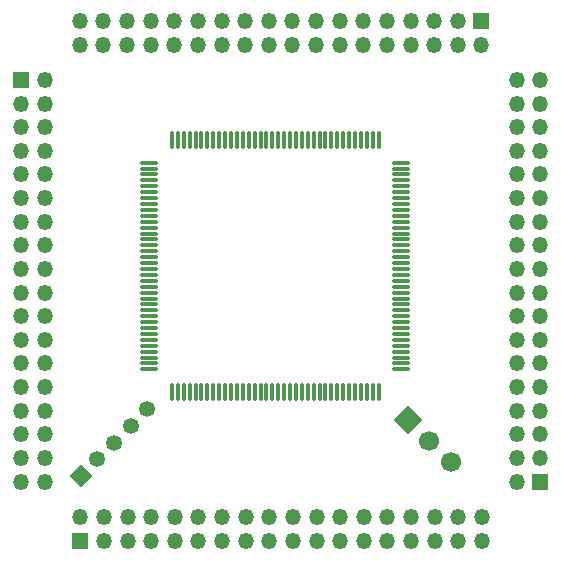
<source format=gbr>
%TF.GenerationSoftware,KiCad,Pcbnew,(5.99.0-10369-gb59bf064b4)*%
%TF.CreationDate,2021-07-27T07:29:01+02:00*%
%TF.ProjectId,stm32h7,73746d33-3268-4372-9e6b-696361645f70,rev?*%
%TF.SameCoordinates,Original*%
%TF.FileFunction,Soldermask,Top*%
%TF.FilePolarity,Negative*%
%FSLAX46Y46*%
G04 Gerber Fmt 4.6, Leading zero omitted, Abs format (unit mm)*
G04 Created by KiCad (PCBNEW (5.99.0-10369-gb59bf064b4)) date 2021-07-27 07:29:01*
%MOMM*%
%LPD*%
G01*
G04 APERTURE LIST*
G04 Aperture macros list*
%AMRoundRect*
0 Rectangle with rounded corners*
0 $1 Rounding radius*
0 $2 $3 $4 $5 $6 $7 $8 $9 X,Y pos of 4 corners*
0 Add a 4 corners polygon primitive as box body*
4,1,4,$2,$3,$4,$5,$6,$7,$8,$9,$2,$3,0*
0 Add four circle primitives for the rounded corners*
1,1,$1+$1,$2,$3*
1,1,$1+$1,$4,$5*
1,1,$1+$1,$6,$7*
1,1,$1+$1,$8,$9*
0 Add four rect primitives between the rounded corners*
20,1,$1+$1,$2,$3,$4,$5,0*
20,1,$1+$1,$4,$5,$6,$7,0*
20,1,$1+$1,$6,$7,$8,$9,0*
20,1,$1+$1,$8,$9,$2,$3,0*%
%AMHorizOval*
0 Thick line with rounded ends*
0 $1 width*
0 $2 $3 position (X,Y) of the first rounded end (center of the circle)*
0 $4 $5 position (X,Y) of the second rounded end (center of the circle)*
0 Add line between two ends*
20,1,$1,$2,$3,$4,$5,0*
0 Add two circle primitives to create the rounded ends*
1,1,$1,$2,$3*
1,1,$1,$4,$5*%
%AMRotRect*
0 Rectangle, with rotation*
0 The origin of the aperture is its center*
0 $1 length*
0 $2 width*
0 $3 Rotation angle, in degrees counterclockwise*
0 Add horizontal line*
21,1,$1,$2,0,0,$3*%
G04 Aperture macros list end*
%ADD10R,1.350000X1.350000*%
%ADD11O,1.350000X1.350000*%
%ADD12RotRect,1.700000X1.700000X45.000000*%
%ADD13HorizOval,1.700000X0.000000X0.000000X0.000000X0.000000X0*%
%ADD14RotRect,1.350000X1.350000X135.000000*%
%ADD15HorizOval,1.350000X0.000000X0.000000X0.000000X0.000000X0*%
%ADD16RoundRect,0.075000X-0.662500X-0.075000X0.662500X-0.075000X0.662500X0.075000X-0.662500X0.075000X0*%
%ADD17RoundRect,0.075000X-0.075000X-0.662500X0.075000X-0.662500X0.075000X0.662500X-0.075000X0.662500X0*%
G04 APERTURE END LIST*
D10*
%TO.C,J3*%
X57550000Y-52550000D03*
D11*
X55550000Y-52550000D03*
X57550000Y-50550000D03*
X55550000Y-50550000D03*
X57550000Y-48550000D03*
X55550000Y-48550000D03*
X57550000Y-46550000D03*
X55550000Y-46550000D03*
X57550000Y-44550000D03*
X55550000Y-44550000D03*
X57550000Y-42550000D03*
X55550000Y-42550000D03*
X57550000Y-40550000D03*
X55550000Y-40550000D03*
X57550000Y-38550000D03*
X55550000Y-38550000D03*
X57550000Y-36550000D03*
X55550000Y-36550000D03*
X57550000Y-34550000D03*
X55550000Y-34550000D03*
X57550000Y-32550000D03*
X55550000Y-32550000D03*
X57550000Y-30550000D03*
X55550000Y-30550000D03*
X57550000Y-28550000D03*
X55550000Y-28550000D03*
X57550000Y-26550000D03*
X55550000Y-26550000D03*
X57550000Y-24550000D03*
X55550000Y-24550000D03*
X57550000Y-22550000D03*
X55550000Y-22550000D03*
X57550000Y-20550000D03*
X55550000Y-20550000D03*
X57550000Y-18550000D03*
X55550000Y-18550000D03*
%TD*%
D10*
%TO.C,J2*%
X18590000Y-57550000D03*
D11*
X18590000Y-55550000D03*
X20590000Y-57550000D03*
X20590000Y-55550000D03*
X22590000Y-57550000D03*
X22590000Y-55550000D03*
X24590000Y-57550000D03*
X24590000Y-55550000D03*
X26590000Y-57550000D03*
X26590000Y-55550000D03*
X28590000Y-57550000D03*
X28590000Y-55550000D03*
X30590000Y-57550000D03*
X30590000Y-55550000D03*
X32590000Y-57550000D03*
X32590000Y-55550000D03*
X34590000Y-57550000D03*
X34590000Y-55550000D03*
X36590000Y-57550000D03*
X36590000Y-55550000D03*
X38590000Y-57550000D03*
X38590000Y-55550000D03*
X40590000Y-57550000D03*
X40590000Y-55550000D03*
X42590000Y-57550000D03*
X42590000Y-55550000D03*
X44590000Y-57550000D03*
X44590000Y-55550000D03*
X46590000Y-57550000D03*
X46590000Y-55550000D03*
X48590000Y-57550000D03*
X48590000Y-55550000D03*
X50590000Y-57550000D03*
X50590000Y-55550000D03*
X52590000Y-57550000D03*
X52590000Y-55550000D03*
%TD*%
D12*
%TO.C,SW1*%
X46350000Y-47300000D03*
D13*
X48146051Y-49096051D03*
X49942102Y-50892102D03*
%TD*%
D10*
%TO.C,J4*%
X52550000Y-13550000D03*
D11*
X52550000Y-15550000D03*
X50550000Y-13550000D03*
X50550000Y-15550000D03*
X48550000Y-13550000D03*
X48550000Y-15550000D03*
X46550000Y-13550000D03*
X46550000Y-15550000D03*
X44550000Y-13550000D03*
X44550000Y-15550000D03*
X42550000Y-13550000D03*
X42550000Y-15550000D03*
X40550000Y-13550000D03*
X40550000Y-15550000D03*
X38550000Y-13550000D03*
X38550000Y-15550000D03*
X36550000Y-13550000D03*
X36550000Y-15550000D03*
X34550000Y-13550000D03*
X34550000Y-15550000D03*
X32550000Y-13550000D03*
X32550000Y-15550000D03*
X30550000Y-13550000D03*
X30550000Y-15550000D03*
X28550000Y-13550000D03*
X28550000Y-15550000D03*
X26550000Y-13550000D03*
X26550000Y-15550000D03*
X24550000Y-13550000D03*
X24550000Y-15550000D03*
X22550000Y-13550000D03*
X22550000Y-15550000D03*
X20550000Y-13550000D03*
X20550000Y-15550000D03*
X18550000Y-13550000D03*
X18550000Y-15550000D03*
%TD*%
D14*
%TO.C,J5*%
X18621573Y-52078428D03*
D15*
X20035787Y-50664214D03*
X21450000Y-49250001D03*
X22864214Y-47835787D03*
X24278427Y-46421574D03*
%TD*%
D10*
%TO.C,J1*%
X13600000Y-18550000D03*
D11*
X15600000Y-18550000D03*
X13600000Y-20550000D03*
X15600000Y-20550000D03*
X13600000Y-22550000D03*
X15600000Y-22550000D03*
X13600000Y-24550000D03*
X15600000Y-24550000D03*
X13600000Y-26550000D03*
X15600000Y-26550000D03*
X13600000Y-28550000D03*
X15600000Y-28550000D03*
X13600000Y-30550000D03*
X15600000Y-30550000D03*
X13600000Y-32550000D03*
X15600000Y-32550000D03*
X13600000Y-34550000D03*
X15600000Y-34550000D03*
X13600000Y-36550000D03*
X15600000Y-36550000D03*
X13600000Y-38550000D03*
X15600000Y-38550000D03*
X13600000Y-40550000D03*
X15600000Y-40550000D03*
X13600000Y-42550000D03*
X15600000Y-42550000D03*
X13600000Y-44550000D03*
X15600000Y-44550000D03*
X13600000Y-46550000D03*
X15600000Y-46550000D03*
X13600000Y-48550000D03*
X15600000Y-48550000D03*
X13600000Y-50550000D03*
X15600000Y-50550000D03*
X13600000Y-52550000D03*
X15600000Y-52550000D03*
%TD*%
D16*
%TO.C,U1*%
X24437500Y-25550000D03*
X24437500Y-26050000D03*
X24437500Y-26550000D03*
X24437500Y-27050000D03*
X24437500Y-27550000D03*
X24437500Y-28050000D03*
X24437500Y-28550000D03*
X24437500Y-29050000D03*
X24437500Y-29550000D03*
X24437500Y-30050000D03*
X24437500Y-30550000D03*
X24437500Y-31050000D03*
X24437500Y-31550000D03*
X24437500Y-32050000D03*
X24437500Y-32550000D03*
X24437500Y-33050000D03*
X24437500Y-33550000D03*
X24437500Y-34050000D03*
X24437500Y-34550000D03*
X24437500Y-35050000D03*
X24437500Y-35550000D03*
X24437500Y-36050000D03*
X24437500Y-36550000D03*
X24437500Y-37050000D03*
X24437500Y-37550000D03*
X24437500Y-38050000D03*
X24437500Y-38550000D03*
X24437500Y-39050000D03*
X24437500Y-39550000D03*
X24437500Y-40050000D03*
X24437500Y-40550000D03*
X24437500Y-41050000D03*
X24437500Y-41550000D03*
X24437500Y-42050000D03*
X24437500Y-42550000D03*
X24437500Y-43050000D03*
D17*
X26350000Y-44962500D03*
X26850000Y-44962500D03*
X27350000Y-44962500D03*
X27850000Y-44962500D03*
X28350000Y-44962500D03*
X28850000Y-44962500D03*
X29350000Y-44962500D03*
X29850000Y-44962500D03*
X30350000Y-44962500D03*
X30850000Y-44962500D03*
X31350000Y-44962500D03*
X31850000Y-44962500D03*
X32350000Y-44962500D03*
X32850000Y-44962500D03*
X33350000Y-44962500D03*
X33850000Y-44962500D03*
X34350000Y-44962500D03*
X34850000Y-44962500D03*
X35350000Y-44962500D03*
X35850000Y-44962500D03*
X36350000Y-44962500D03*
X36850000Y-44962500D03*
X37350000Y-44962500D03*
X37850000Y-44962500D03*
X38350000Y-44962500D03*
X38850000Y-44962500D03*
X39350000Y-44962500D03*
X39850000Y-44962500D03*
X40350000Y-44962500D03*
X40850000Y-44962500D03*
X41350000Y-44962500D03*
X41850000Y-44962500D03*
X42350000Y-44962500D03*
X42850000Y-44962500D03*
X43350000Y-44962500D03*
X43850000Y-44962500D03*
D16*
X45762500Y-43050000D03*
X45762500Y-42550000D03*
X45762500Y-42050000D03*
X45762500Y-41550000D03*
X45762500Y-41050000D03*
X45762500Y-40550000D03*
X45762500Y-40050000D03*
X45762500Y-39550000D03*
X45762500Y-39050000D03*
X45762500Y-38550000D03*
X45762500Y-38050000D03*
X45762500Y-37550000D03*
X45762500Y-37050000D03*
X45762500Y-36550000D03*
X45762500Y-36050000D03*
X45762500Y-35550000D03*
X45762500Y-35050000D03*
X45762500Y-34550000D03*
X45762500Y-34050000D03*
X45762500Y-33550000D03*
X45762500Y-33050000D03*
X45762500Y-32550000D03*
X45762500Y-32050000D03*
X45762500Y-31550000D03*
X45762500Y-31050000D03*
X45762500Y-30550000D03*
X45762500Y-30050000D03*
X45762500Y-29550000D03*
X45762500Y-29050000D03*
X45762500Y-28550000D03*
X45762500Y-28050000D03*
X45762500Y-27550000D03*
X45762500Y-27050000D03*
X45762500Y-26550000D03*
X45762500Y-26050000D03*
X45762500Y-25550000D03*
D17*
X43850000Y-23637500D03*
X43350000Y-23637500D03*
X42850000Y-23637500D03*
X42350000Y-23637500D03*
X41850000Y-23637500D03*
X41350000Y-23637500D03*
X40850000Y-23637500D03*
X40350000Y-23637500D03*
X39850000Y-23637500D03*
X39350000Y-23637500D03*
X38850000Y-23637500D03*
X38350000Y-23637500D03*
X37850000Y-23637500D03*
X37350000Y-23637500D03*
X36850000Y-23637500D03*
X36350000Y-23637500D03*
X35850000Y-23637500D03*
X35350000Y-23637500D03*
X34850000Y-23637500D03*
X34350000Y-23637500D03*
X33850000Y-23637500D03*
X33350000Y-23637500D03*
X32850000Y-23637500D03*
X32350000Y-23637500D03*
X31850000Y-23637500D03*
X31350000Y-23637500D03*
X30850000Y-23637500D03*
X30350000Y-23637500D03*
X29850000Y-23637500D03*
X29350000Y-23637500D03*
X28850000Y-23637500D03*
X28350000Y-23637500D03*
X27850000Y-23637500D03*
X27350000Y-23637500D03*
X26850000Y-23637500D03*
X26350000Y-23637500D03*
%TD*%
M02*

</source>
